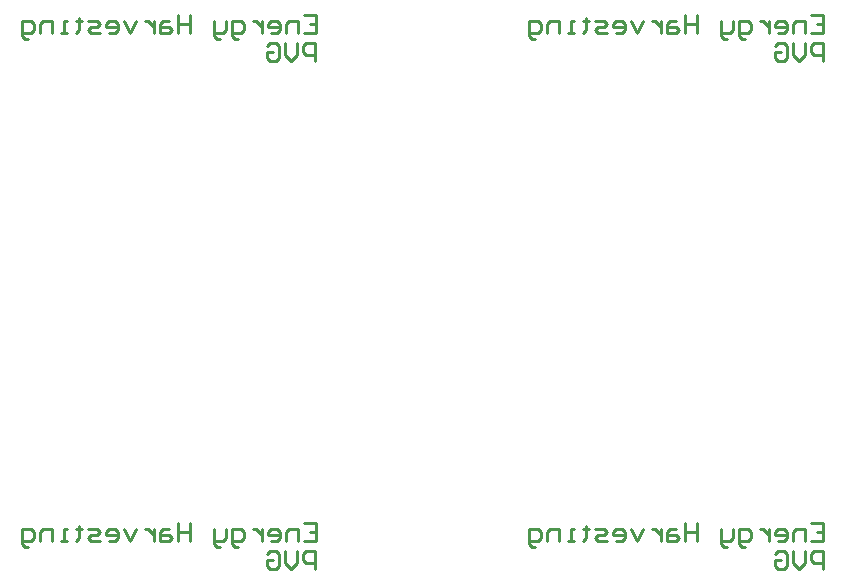
<source format=gbo>
%MOIN*%
%OFA0B0*%
%FSLAX25Y25*%
%IPPOS*%
%LPD*%
%ADD11C,0.01*%
%ADD22C,0.01*%
%ADD23C,0.01*%
%ADD24C,0.01*%
G01*
G75*
D11*
X0123015Y0347063D02*
X0123015Y0353061D01*
X0120017Y0353061D01*
X0119017Y0352061D01*
X0119017Y0350062D01*
X0120017Y0349062D01*
X0123015Y0349062D01*
X0117018Y0353061D02*
X0117018Y0349062D01*
X0115018Y0347063D01*
X0113019Y0349062D01*
X0113019Y0353061D01*
X0107021Y0352061D02*
X0108020Y0353061D01*
X0110020Y0353061D01*
X0111020Y0352061D01*
X0111020Y0348062D01*
X0110020Y0347063D01*
X0108020Y0347063D01*
X0107021Y0348062D01*
X0107021Y0350062D01*
X0109020Y0350062D01*
X0119210Y0362342D02*
X0123208Y0362342D01*
X0123208Y0356345D01*
X0119210Y0356345D01*
X0123208Y0359344D02*
X0121210Y0359344D01*
X0117211Y0356345D02*
X0117211Y0360344D01*
X0114212Y0360344D01*
X0113212Y0359344D01*
X0113212Y0356345D01*
X0108214Y0356345D02*
X0110213Y0356345D01*
X0111213Y0357345D01*
X0111213Y0359344D01*
X0110213Y0360344D01*
X0108214Y0360344D01*
X0107214Y0359344D01*
X0107214Y0358345D01*
X0111213Y0358345D01*
X0105214Y0360344D02*
X0105214Y0356345D01*
X0105214Y0358345D01*
X0104214Y0359344D01*
X0103214Y0360344D01*
X0102216Y0360344D01*
X0097217Y0354346D02*
X0096218Y0354346D01*
X0095218Y0355346D01*
X0095218Y0360344D01*
X0098217Y0360344D01*
X0099217Y0359344D01*
X0099217Y0357345D01*
X0098217Y0356345D01*
X0095218Y0356345D01*
X0093219Y0360344D02*
X0093219Y0357345D01*
X0092219Y0356345D01*
X0089220Y0356345D01*
X0089220Y0355346D01*
X0090220Y0354346D01*
X0091219Y0354346D01*
X0089220Y0356345D02*
X0089220Y0360344D01*
X0081222Y0362342D02*
X0081222Y0356345D01*
X0081222Y0359344D01*
X0077223Y0359344D01*
X0077223Y0362342D01*
X0077223Y0356345D01*
X0074225Y0360344D02*
X0072225Y0360344D01*
X0071226Y0359344D01*
X0071226Y0356345D01*
X0074225Y0356345D01*
X0075225Y0357345D01*
X0074225Y0358345D01*
X0071226Y0358345D01*
X0069226Y0360344D02*
X0069226Y0356345D01*
X0069226Y0358345D01*
X0068227Y0359344D01*
X0067227Y0360344D01*
X0066227Y0360344D01*
X0063227Y0360344D02*
X0061229Y0356345D01*
X0059230Y0360344D01*
X0054230Y0356345D02*
X0056231Y0356345D01*
X0057230Y0357345D01*
X0057230Y0359344D01*
X0056231Y0360344D01*
X0054230Y0360344D01*
X0053232Y0359344D01*
X0053232Y0358345D01*
X0057230Y0358345D01*
X0051232Y0356345D02*
X0048233Y0356345D01*
X0047234Y0357345D01*
X0048233Y0358345D01*
X0050232Y0358345D01*
X0051232Y0359344D01*
X0050232Y0360344D01*
X0047234Y0360344D01*
X0044234Y0361344D02*
X0044234Y0360344D01*
X0045234Y0360344D01*
X0043235Y0360344D01*
X0044234Y0360344D01*
X0044234Y0357345D01*
X0043235Y0356345D01*
X0040236Y0356345D02*
X0038236Y0356345D01*
X0039236Y0356345D01*
X0039236Y0360344D01*
X0040236Y0360344D01*
X0035237Y0356345D02*
X0035237Y0360344D01*
X0032238Y0360344D01*
X0031239Y0359344D01*
X0031239Y0356345D01*
X0027239Y0354346D02*
X0026240Y0354346D01*
X0025241Y0355346D01*
X0025241Y0360344D01*
X0028240Y0360344D01*
X0029239Y0359344D01*
X0029239Y0357345D01*
X0028240Y0356345D01*
X0025241Y0356345D01*
G04 next file*
G04*
G04 #@! TF.GenerationSoftware,Altium Limited,Altium Designer,21.7.2 (23)*
G04*
G04 Layer_Color=32896*
G04 skipping 70
G04*
G04 #@! TF.SameCoordinates,D7E17CD3-6D55-4483-A905-566B995BA5DE*
G04*
G04*
G04 #@! TF.FilePolarity,Positive*
G04*
G01*
G75*
D22*
X0292307Y0347063D02*
X0292307Y0353061D01*
X0289308Y0353061D01*
X0288308Y0352061D01*
X0288308Y0350062D01*
X0289308Y0349062D01*
X0292307Y0349062D01*
X0286309Y0353061D02*
X0286309Y0349062D01*
X0284309Y0347063D01*
X0282310Y0349062D01*
X0282310Y0353061D01*
X0276312Y0352061D02*
X0277312Y0353061D01*
X0279311Y0353061D01*
X0280311Y0352061D01*
X0280311Y0348062D01*
X0279311Y0347063D01*
X0277312Y0347063D01*
X0276312Y0348062D01*
X0276312Y0350062D01*
X0278311Y0350062D01*
X0288501Y0362342D02*
X0292500Y0362342D01*
X0292500Y0356345D01*
X0288501Y0356345D01*
X0292500Y0359344D02*
X0290501Y0359344D01*
X0286502Y0356345D02*
X0286502Y0360344D01*
X0283503Y0360344D01*
X0282503Y0359344D01*
X0282503Y0356345D01*
X0277505Y0356345D02*
X0279504Y0356345D01*
X0280504Y0357345D01*
X0280504Y0359344D01*
X0279504Y0360344D01*
X0277505Y0360344D01*
X0276505Y0359344D01*
X0276505Y0358345D01*
X0280504Y0358345D01*
X0274506Y0360344D02*
X0274506Y0356345D01*
X0274506Y0358345D01*
X0273506Y0359344D01*
X0272506Y0360344D01*
X0271506Y0360344D01*
X0266508Y0354346D02*
X0265509Y0354346D01*
X0264509Y0355346D01*
X0264509Y0360344D01*
X0267508Y0360344D01*
X0268508Y0359344D01*
X0268508Y0357345D01*
X0267508Y0356345D01*
X0264509Y0356345D01*
X0262510Y0360344D02*
X0262510Y0357345D01*
X0261510Y0356345D01*
X0258510Y0356345D01*
X0258510Y0355346D01*
X0259510Y0354346D01*
X0260510Y0354346D01*
X0258510Y0356345D02*
X0258510Y0360344D01*
X0250513Y0362342D02*
X0250513Y0356345D01*
X0250513Y0359344D01*
X0246515Y0359344D01*
X0246515Y0362342D01*
X0246515Y0356345D01*
X0243516Y0360344D02*
X0241516Y0360344D01*
X0240517Y0359344D01*
X0240517Y0356345D01*
X0243516Y0356345D01*
X0244516Y0357345D01*
X0243516Y0358345D01*
X0240517Y0358345D01*
X0238517Y0360344D02*
X0238517Y0356345D01*
X0238517Y0358345D01*
X0237517Y0359344D01*
X0236518Y0360344D01*
X0235517Y0360344D01*
X0232519Y0360344D02*
X0230520Y0356345D01*
X0228521Y0360344D01*
X0223522Y0356345D02*
X0225522Y0356345D01*
X0226521Y0357345D01*
X0226521Y0359344D01*
X0225522Y0360344D01*
X0223522Y0360344D01*
X0222522Y0359344D01*
X0222522Y0358345D01*
X0226521Y0358345D01*
X0220522Y0356345D02*
X0217524Y0356345D01*
X0216525Y0357345D01*
X0217524Y0358345D01*
X0219523Y0358345D01*
X0220522Y0359344D01*
X0219523Y0360344D01*
X0216525Y0360344D01*
X0213525Y0361344D02*
X0213525Y0360344D01*
X0214525Y0360344D01*
X0212526Y0360344D01*
X0213525Y0360344D01*
X0213525Y0357345D01*
X0212526Y0356345D01*
X0209527Y0356345D02*
X0207527Y0356345D01*
X0208527Y0356345D01*
X0208527Y0360344D01*
X0209527Y0360344D01*
X0204528Y0356345D02*
X0204528Y0360344D01*
X0201528Y0360344D01*
X0200530Y0359344D01*
X0200530Y0356345D01*
X0196531Y0354346D02*
X0195531Y0354346D01*
X0194532Y0355346D01*
X0194532Y0360344D01*
X0197531Y0360344D01*
X0198530Y0359344D01*
X0198530Y0357345D01*
X0197531Y0356345D01*
X0194532Y0356345D01*
G04 next file*
G04*
G04 #@! TF.GenerationSoftware,Altium Limited,Altium Designer,21.7.2 (23)*
G04*
G04 Layer_Color=32896*
G04 skipping 70
G04*
G04 #@! TF.SameCoordinates,D7E17CD3-6D55-4483-A905-566B995BA5DE*
G04*
G04*
G04 #@! TF.FilePolarity,Positive*
G04*
G01*
G75*
D23*
X0123015Y0177772D02*
X0123015Y0183770D01*
X0120017Y0183770D01*
X0119017Y0182770D01*
X0119017Y0180771D01*
X0120017Y0179771D01*
X0123015Y0179771D01*
X0117018Y0183770D02*
X0117018Y0179771D01*
X0115018Y0177772D01*
X0113019Y0179771D01*
X0113019Y0183770D01*
X0107021Y0182770D02*
X0108020Y0183770D01*
X0110020Y0183770D01*
X0111020Y0182770D01*
X0111020Y0178771D01*
X0110020Y0177772D01*
X0108020Y0177772D01*
X0107021Y0178771D01*
X0107021Y0180771D01*
X0109020Y0180771D01*
X0119210Y0193052D02*
X0123208Y0193052D01*
X0123208Y0187054D01*
X0119210Y0187054D01*
X0123208Y0190053D02*
X0121210Y0190053D01*
X0117211Y0187054D02*
X0117211Y0191053D01*
X0114212Y0191053D01*
X0113212Y0190053D01*
X0113212Y0187054D01*
X0108214Y0187054D02*
X0110213Y0187054D01*
X0111213Y0188054D01*
X0111213Y0190053D01*
X0110213Y0191053D01*
X0108214Y0191053D01*
X0107214Y0190053D01*
X0107214Y0189054D01*
X0111213Y0189054D01*
X0105214Y0191053D02*
X0105214Y0187054D01*
X0105214Y0189054D01*
X0104214Y0190053D01*
X0103214Y0191053D01*
X0102216Y0191053D01*
X0097217Y0185055D02*
X0096218Y0185055D01*
X0095218Y0186055D01*
X0095218Y0191053D01*
X0098217Y0191053D01*
X0099217Y0190053D01*
X0099217Y0188054D01*
X0098217Y0187054D01*
X0095218Y0187054D01*
X0093219Y0191053D02*
X0093219Y0188054D01*
X0092219Y0187054D01*
X0089220Y0187054D01*
X0089220Y0186055D01*
X0090220Y0185055D01*
X0091219Y0185055D01*
X0089220Y0187054D02*
X0089220Y0191053D01*
X0081222Y0193052D02*
X0081222Y0187054D01*
X0081222Y0190053D01*
X0077223Y0190053D01*
X0077223Y0193052D01*
X0077223Y0187054D01*
X0074225Y0191053D02*
X0072225Y0191053D01*
X0071226Y0190053D01*
X0071226Y0187054D01*
X0074225Y0187054D01*
X0075225Y0188054D01*
X0074225Y0189054D01*
X0071226Y0189054D01*
X0069226Y0191053D02*
X0069226Y0187054D01*
X0069226Y0189054D01*
X0068227Y0190053D01*
X0067227Y0191053D01*
X0066227Y0191053D01*
X0063227Y0191053D02*
X0061229Y0187054D01*
X0059230Y0191053D01*
X0054230Y0187054D02*
X0056231Y0187054D01*
X0057230Y0188054D01*
X0057230Y0190053D01*
X0056231Y0191053D01*
X0054230Y0191053D01*
X0053232Y0190053D01*
X0053232Y0189054D01*
X0057230Y0189054D01*
X0051232Y0187054D02*
X0048233Y0187054D01*
X0047234Y0188054D01*
X0048233Y0189054D01*
X0050232Y0189054D01*
X0051232Y0190053D01*
X0050232Y0191053D01*
X0047234Y0191053D01*
X0044234Y0192053D02*
X0044234Y0191053D01*
X0045234Y0191053D01*
X0043235Y0191053D01*
X0044234Y0191053D01*
X0044234Y0188054D01*
X0043235Y0187054D01*
X0040236Y0187054D02*
X0038236Y0187054D01*
X0039236Y0187054D01*
X0039236Y0191053D01*
X0040236Y0191053D01*
X0035237Y0187054D02*
X0035237Y0191053D01*
X0032238Y0191053D01*
X0031239Y0190053D01*
X0031239Y0187054D01*
X0027239Y0185055D02*
X0026240Y0185055D01*
X0025241Y0186055D01*
X0025241Y0191053D01*
X0028240Y0191053D01*
X0029239Y0190053D01*
X0029239Y0188054D01*
X0028240Y0187054D01*
X0025241Y0187054D01*
G04 next file*
G04*
G04 #@! TF.GenerationSoftware,Altium Limited,Altium Designer,21.7.2 (23)*
G04*
G04 Layer_Color=32896*
G04 skipping 70
G04*
G04 #@! TF.SameCoordinates,D7E17CD3-6D55-4483-A905-566B995BA5DE*
G04*
G04*
G04 #@! TF.FilePolarity,Positive*
G04*
G01*
G75*
D24*
X0292307Y0177772D02*
X0292307Y0183770D01*
X0289308Y0183770D01*
X0288308Y0182770D01*
X0288308Y0180771D01*
X0289308Y0179771D01*
X0292307Y0179771D01*
X0286309Y0183770D02*
X0286309Y0179771D01*
X0284309Y0177772D01*
X0282310Y0179771D01*
X0282310Y0183770D01*
X0276312Y0182770D02*
X0277312Y0183770D01*
X0279311Y0183770D01*
X0280311Y0182770D01*
X0280311Y0178771D01*
X0279311Y0177772D01*
X0277312Y0177772D01*
X0276312Y0178771D01*
X0276312Y0180771D01*
X0278311Y0180771D01*
X0288501Y0193052D02*
X0292500Y0193052D01*
X0292500Y0187054D01*
X0288501Y0187054D01*
X0292500Y0190053D02*
X0290501Y0190053D01*
X0286502Y0187054D02*
X0286502Y0191053D01*
X0283503Y0191053D01*
X0282503Y0190053D01*
X0282503Y0187054D01*
X0277505Y0187054D02*
X0279504Y0187054D01*
X0280504Y0188054D01*
X0280504Y0190053D01*
X0279504Y0191053D01*
X0277505Y0191053D01*
X0276505Y0190053D01*
X0276505Y0189054D01*
X0280504Y0189054D01*
X0274506Y0191053D02*
X0274506Y0187054D01*
X0274506Y0189054D01*
X0273506Y0190053D01*
X0272506Y0191053D01*
X0271506Y0191053D01*
X0266508Y0185055D02*
X0265509Y0185055D01*
X0264509Y0186055D01*
X0264509Y0191053D01*
X0267508Y0191053D01*
X0268508Y0190053D01*
X0268508Y0188054D01*
X0267508Y0187054D01*
X0264509Y0187054D01*
X0262510Y0191053D02*
X0262510Y0188054D01*
X0261510Y0187054D01*
X0258510Y0187054D01*
X0258510Y0186055D01*
X0259510Y0185055D01*
X0260510Y0185055D01*
X0258510Y0187054D02*
X0258510Y0191053D01*
X0250513Y0193052D02*
X0250513Y0187054D01*
X0250513Y0190053D01*
X0246515Y0190053D01*
X0246515Y0193052D01*
X0246515Y0187054D01*
X0243516Y0191053D02*
X0241516Y0191053D01*
X0240517Y0190053D01*
X0240517Y0187054D01*
X0243516Y0187054D01*
X0244516Y0188054D01*
X0243516Y0189054D01*
X0240517Y0189054D01*
X0238517Y0191053D02*
X0238517Y0187054D01*
X0238517Y0189054D01*
X0237517Y0190053D01*
X0236518Y0191053D01*
X0235517Y0191053D01*
X0232519Y0191053D02*
X0230520Y0187054D01*
X0228521Y0191053D01*
X0223522Y0187054D02*
X0225522Y0187054D01*
X0226521Y0188054D01*
X0226521Y0190053D01*
X0225522Y0191053D01*
X0223522Y0191053D01*
X0222522Y0190053D01*
X0222522Y0189054D01*
X0226521Y0189054D01*
X0220522Y0187054D02*
X0217524Y0187054D01*
X0216525Y0188054D01*
X0217524Y0189054D01*
X0219523Y0189054D01*
X0220522Y0190053D01*
X0219523Y0191053D01*
X0216525Y0191053D01*
X0213525Y0192053D02*
X0213525Y0191053D01*
X0214525Y0191053D01*
X0212526Y0191053D01*
X0213525Y0191053D01*
X0213525Y0188054D01*
X0212526Y0187054D01*
X0209527Y0187054D02*
X0207527Y0187054D01*
X0208527Y0187054D01*
X0208527Y0191053D01*
X0209527Y0191053D01*
X0204528Y0187054D02*
X0204528Y0191053D01*
X0201528Y0191053D01*
X0200530Y0190053D01*
X0200530Y0187054D01*
X0196531Y0185055D02*
X0195531Y0185055D01*
X0194532Y0186055D01*
X0194532Y0191053D01*
X0197531Y0191053D01*
X0198530Y0190053D01*
X0198530Y0188054D01*
X0197531Y0187054D01*
X0194532Y0187054D01*
M02*
</source>
